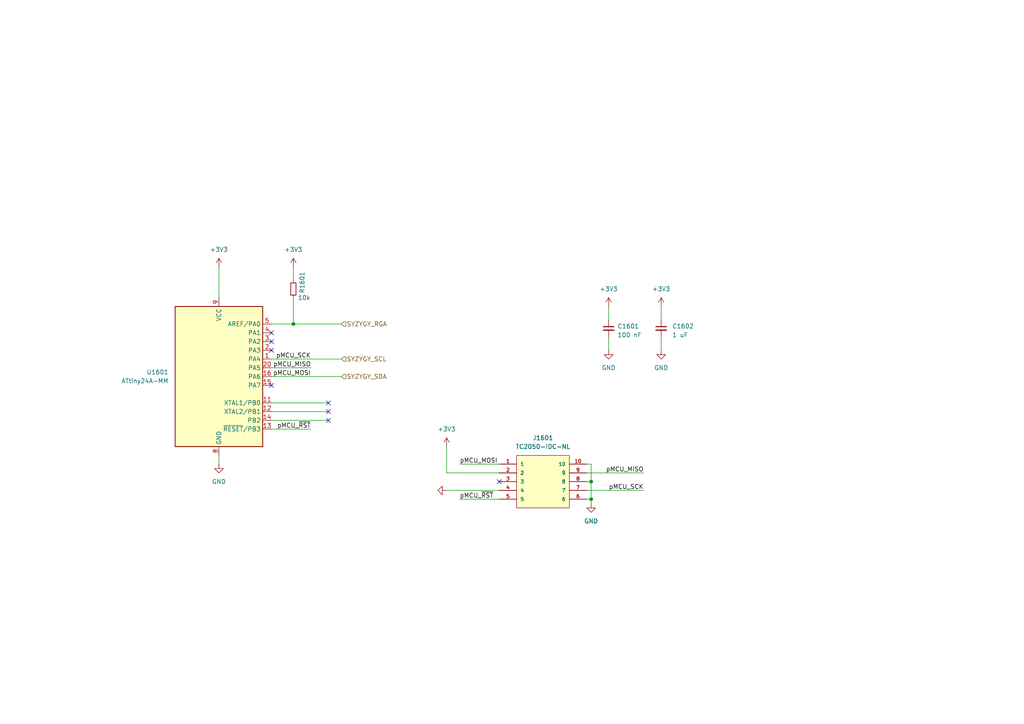
<source format=kicad_sch>
(kicad_sch (version 20211123) (generator eeschema)
  (paper "A4")
  (lib_symbols
    (symbol "Device:C_Small" (pin_numbers hide) (pin_names (offset 0.254) hide)
      (property "Reference" "C" (at 0.254 1.778 0))
      (property "Value" "C_Small" (at 0.254 -2.032 0))
      (symbol "C_Small_0_1"
        (polyline (pts (xy -1.524 -0.508) (xy 1.524 -0.508)) (stroke (width 0.3302)))
        (polyline (pts (xy -1.524 0.508) (xy 1.524 0.508)) (stroke (width 0.3048)))
      )
      (symbol "C_Small_1_1"
        (pin passive line (at 0 2.54 270) (length 2.032) (name "~") (number "1"))
        (pin passive line (at 0 -2.54 90) (length 2.032) (name "~") (number "2"))
      )
    )
    (symbol "Device:R_Small" (pin_numbers hide) (pin_names (offset 0.254) hide)
      (property "Reference" "R" (at 0.762 0.508 0))
      (property "Value" "R_Small" (at 0.762 -1.016 0))
      (symbol "R_Small_0_1"
        (rectangle (start -0.762 1.778) (end 0.762 -1.778) (stroke (width 0.2032)))
      )
      (symbol "R_Small_1_1"
        (pin passive line (at 0 2.54 270) (length 0.762) (name "~") (number "1"))
        (pin passive line (at 0 -2.54 90) (length 0.762) (name "~") (number "2"))
      )
    )
    (symbol "MCU_Microchip_ATtiny:ATtiny24A-MM"
      (property "Reference" "U" (at -12.7 21.59 0))
      (property "Value" "ATtiny24A-MM" (at 2.54 -21.59 0))
      (symbol "ATtiny24A-MM_0_1"
        (rectangle (start -12.7 -20.32) (end 12.7 20.32) (stroke (width 0.254)) (fill (type background)))
      )
      (symbol "ATtiny24A-MM_1_1"
        (pin bidirectional line (at 15.24 5.08 180) (length 2.54) (name "PA4") (number "1"))
        (pin no_connect line (at -12.7 -10.16 0) (length 2.54) hide (name "NC") (number "10"))
        (pin bidirectional line (at 15.24 -7.62 180) (length 2.54) (name "XTAL1/PB0") (number "11"))
        (pin bidirectional line (at 15.24 -10.16 180) (length 2.54) (name "XTAL2/PB1") (number "12"))
        (pin bidirectional line (at 15.24 -15.24 180) (length 2.54) (name "~{RESET}/PB3") (number "13"))
        (pin bidirectional line (at 15.24 -12.7 180) (length 2.54) (name "PB2") (number "14"))
        (pin bidirectional line (at 15.24 -2.54 180) (length 2.54) (name "PA7") (number "15"))
        (pin bidirectional line (at 15.24 0 180) (length 2.54) (name "PA6") (number "16"))
        (pin no_connect line (at -12.7 -12.7 0) (length 2.54) hide (name "NC") (number "17"))
        (pin no_connect line (at -12.7 -15.24 0) (length 2.54) hide (name "NC") (number "18"))
        (pin no_connect line (at -12.7 -17.78 0) (length 2.54) hide (name "NC") (number "19"))
        (pin bidirectional line (at 15.24 7.62 180) (length 2.54) (name "PA3") (number "2"))
        (pin bidirectional line (at 15.24 2.54 180) (length 2.54) (name "PA5") (number "20"))
        (pin passive line (at 0 -22.86 90) (length 2.54) hide (name "GND") (number "21"))
        (pin bidirectional line (at 15.24 10.16 180) (length 2.54) (name "PA2") (number "3"))
        (pin bidirectional line (at 15.24 12.7 180) (length 2.54) (name "PA1") (number "4"))
        (pin bidirectional line (at 15.24 15.24 180) (length 2.54) (name "AREF/PA0") (number "5"))
        (pin no_connect line (at -12.7 -5.08 0) (length 2.54) hide (name "NC") (number "6"))
        (pin no_connect line (at -12.7 -7.62 0) (length 2.54) hide (name "NC") (number "7"))
        (pin power_in line (at 0 -22.86 90) (length 2.54) (name "GND") (number "8"))
        (pin power_in line (at 0 22.86 270) (length 2.54) (name "VCC") (number "9"))
      )
    )
    (symbol "power:+3.3V" (power) (pin_names (offset 0))
      (property "Value" "+3.3V" (at 0 3.556 0))
      (symbol "+3.3V_0_1"
        (polyline (pts (xy -0.762 1.27) (xy 0 2.54)))
        (polyline (pts (xy 0 0) (xy 0 2.54)))
        (polyline (pts (xy 0 2.54) (xy 0.762 1.27)))
      )
      (symbol "+3.3V_1_1"
        (pin power_in line (at 0 0 90) (length 0) hide (name "+3V3") (number "1"))
      )
    )
    (symbol "power:GND" (power) (pin_names (offset 0))
      (property "Value" "GND" (at 0 -3.81 0))
      (symbol "GND_0_1"
        (polyline (pts (xy 0 0) (xy 0 -1.27) (xy 1.27 -1.27) (xy 0 -2.54) (xy -1.27 -1.27) (xy 0 -1.27)))
      )
      (symbol "GND_1_1"
        (pin power_in line (at 0 0 270) (length 0) hide (name "GND") (number "1"))
      )
    )
    (symbol "tagconnect:TC2050-IDC-NL" (pin_names (offset 1.016))
      (property "Reference" "J" (at -7.62 7.62 0))
      (property "Value" "TC2050-IDC-NL" (at -7.62 -10.16 0))
      (symbol "TC2050-IDC-NL_0_0"
        (rectangle (start -7.62 -7.62) (end 7.62 7.62) (stroke (width 0.1524)) (fill (type background)))
        (pin passive line (at -12.7 5.08 0) (length 5.08) (name "1") (number "1"))
        (pin passive line (at 12.7 5.08 180) (length 5.08) (name "10") (number "10"))
        (pin passive line (at -12.7 2.54 0) (length 5.08) (name "2") (number "2"))
        (pin passive line (at -12.7 0 0) (length 5.08) (name "3") (number "3"))
        (pin passive line (at -12.7 -2.54 0) (length 5.08) (name "4") (number "4"))
        (pin passive line (at -12.7 -5.08 0) (length 5.08) (name "5") (number "5"))
        (pin passive line (at 12.7 -5.08 180) (length 5.08) (name "6") (number "6"))
        (pin passive line (at 12.7 -2.54 180) (length 5.08) (name "7") (number "7"))
        (pin passive line (at 12.7 0 180) (length 5.08) (name "8") (number "8"))
        (pin passive line (at 12.7 2.54 180) (length 5.08) (name "9") (number "9"))
      )
    )
  )
  (junction (at 171.45 144.78))
  (junction (at 85.09 93.98))
  (junction (at 171.45 139.7))
  (no_connect (at 144.78 139.7))
  (no_connect (at 78.74 96.52))
  (no_connect (at 78.74 99.06))
  (no_connect (at 78.74 101.6))
  (no_connect (at 78.74 111.76))
  (no_connect (at 95.25 121.92))
  (no_connect (at 95.25 119.38))
  (no_connect (at 95.25 116.84))
  (wire (pts (xy 170.18 139.7) (xy 171.45 139.7)))
  (wire (pts (xy 78.74 119.38) (xy 95.25 119.38)))
  (wire (pts (xy 176.53 88.9) (xy 176.53 92.71)))
  (wire (pts (xy 133.35 134.62) (xy 144.78 134.62)))
  (wire (pts (xy 85.09 77.47) (xy 85.09 81.28)))
  (wire (pts (xy 129.54 142.24) (xy 144.78 142.24)))
  (wire (pts (xy 170.18 142.24) (xy 186.69 142.24)))
  (wire (pts (xy 78.74 116.84) (xy 95.25 116.84)))
  (wire (pts (xy 63.5 132.08) (xy 63.5 134.62)))
  (wire (pts (xy 133.35 144.78) (xy 144.78 144.78)))
  (wire (pts (xy 129.54 137.16) (xy 144.78 137.16)))
  (wire (pts (xy 85.09 86.36) (xy 85.09 93.98)))
  (wire (pts (xy 171.45 134.62) (xy 171.45 139.7)))
  (wire (pts (xy 171.45 139.7) (xy 171.45 144.78)))
  (wire (pts (xy 170.18 144.78) (xy 171.45 144.78)))
  (wire (pts (xy 78.74 104.14) (xy 99.06 104.14)))
  (wire (pts (xy 63.5 77.47) (xy 63.5 86.36)))
  (wire (pts (xy 129.54 129.54) (xy 129.54 137.16)))
  (wire (pts (xy 170.18 134.62) (xy 171.45 134.62)))
  (wire (pts (xy 78.74 109.22) (xy 99.06 109.22)))
  (wire (pts (xy 85.09 93.98) (xy 99.06 93.98)))
  (wire (pts (xy 78.74 121.92) (xy 95.25 121.92)))
  (wire (pts (xy 170.18 137.16) (xy 186.69 137.16)))
  (wire (pts (xy 90.17 106.68) (xy 78.74 106.68)))
  (wire (pts (xy 191.77 97.79) (xy 191.77 101.6)))
  (wire (pts (xy 90.17 124.46) (xy 78.74 124.46)))
  (wire (pts (xy 171.45 144.78) (xy 171.45 146.05)))
  (wire (pts (xy 191.77 88.9) (xy 191.77 92.71)))
  (wire (pts (xy 78.74 93.98) (xy 85.09 93.98)))
  (wire (pts (xy 176.53 97.79) (xy 176.53 101.6)))
  (label "pMCU_MISO" (at 186.69 137.16 180))
  (label "pMCU_MISO" (at 90.17 106.68 180))
  (label "pMCU_~{RST}" (at 90.17 124.46 180))
  (label "pMCU_SCK" (at 90.17 104.14 180))
  (label "pMCU_MOSI" (at 90.17 109.22 180))
  (label "pMCU_~{RST}" (at 133.35 144.78 0))
  (label "pMCU_SCK" (at 186.69 142.24 180))
  (label "pMCU_MOSI" (at 133.35 134.62 0))
  (hierarchical_label "SYZYGY_RGA" (shape input) (at 99.06 93.98 0))
  (hierarchical_label "SYZYGY_SDA" (shape input) (at 99.06 109.22 0))
  (hierarchical_label "SYZYGY_SCL" (shape input) (at 99.06 104.14 0))
  (symbol (lib_id "MCU_Microchip_ATtiny:ATtiny24A-MM") (at 63.5 109.22 0) (unit 1)
    (property "Reference" "U1601" (at 48.895 107.9499 0) (effects (justify right)))
    (property "Value" "ATtiny24A-MM" (at 48.895 110.4899 0) (effects (justify right)))
    (property "Footprint" "Package_DFN_QFN:QFN-20-1EP_3x3mm_P0.45mm_EP1.6x1.6mm" (effects hide))
    (property "Datasheet" "http://ww1.microchip.com/downloads/en/DeviceDoc/doc8183.pdf" (effects hide))
  )
  (symbol (lib_id "Device:C_Small") (at 191.77 95.25 0) (unit 1)
    (property "Reference" "C1602" (at 194.945 94.6149 0) (effects (justify left)))
    (property "Value" "1 uF" (at 194.945 97.1549 0) (effects (justify left)))
    (property "Footprint" "Capacitor_SMD:C_0402_1005Metric" (effects hide))
  )
  (symbol (lib_id "Device:C_Small") (at 176.53 95.25 0) (unit 1)
    (property "Reference" "C1601" (at 179.07 94.6149 0) (effects (justify left)))
    (property "Value" "100 nF" (at 179.07 97.1549 0) (effects (justify left)))
    (property "Footprint" "Capacitor_SMD:C_0402_1005Metric" (effects hide))
  )
  (symbol (lib_id "power:+3.3V") (at 176.53 88.9 0) (unit 1)
    (property "Reference" "#PWR0181" (effects hide))
    (property "Value" "+3.3V" (at 176.53 83.82 0))
  )
  (symbol (lib_id "power:GND") (at 171.45 146.05 0) (unit 1)
    (property "Reference" "#PWR0177" (effects hide))
    (property "Value" "GND" (at 171.45 151.13 0))
  )
  (symbol (lib_id "power:+3.3V") (at 63.5 77.47 0) (unit 1)
    (property "Reference" "#PWR0112" (effects hide))
    (property "Value" "+3.3V" (at 63.5 72.39 0))
  )
  (symbol (lib_id "power:GND") (at 63.5 134.62 0) (unit 1)
    (property "Reference" "#PWR0176" (effects hide))
    (property "Value" "GND" (at 63.5 139.7 0))
  )
  (symbol (lib_id "power:GND") (at 176.53 101.6 0) (unit 1)
    (property "Reference" "#PWR0179" (effects hide))
    (property "Value" "GND" (at 176.53 106.68 0))
  )
  (symbol (lib_id "power:GND") (at 129.54 142.24 270) (unit 1)
    (property "Reference" "#PWR0183" (effects hide))
    (property "Value" "GND" (effects hide))
  )
  (symbol (lib_id "tagconnect:TC2050-IDC-NL") (at 157.48 139.7 0) (unit 1)
    (property "Reference" "J1601" (at 157.48 127 0))
    (property "Value" "TC2050-IDC-NL" (at 157.48 129.54 0))
    (property "Footprint" "snapeda:TAG-CONNECT_TC2050-IDC-NL" (effects hide))
    (property "STANDARD" "Manufacturer recommendations" (effects hide))
    (property "MANUFACTURER" "Tag-Connect" (effects hide))
    (property "PARTREV" "A" (effects hide))
  )
  (symbol (lib_id "power:+3.3V") (at 85.09 77.47 0) (unit 1)
    (property "Reference" "#PWR0113" (effects hide))
    (property "Value" "+3.3V" (at 85.09 72.39 0))
  )
  (symbol (lib_id "power:GND") (at 191.77 101.6 0) (unit 1)
    (property "Reference" "#PWR0180" (effects hide))
    (property "Value" "GND" (at 191.77 106.68 0))
  )
  (symbol (lib_id "power:+3.3V") (at 191.77 88.9 0) (unit 1)
    (property "Reference" "#PWR0182" (effects hide))
    (property "Value" "+3.3V" (at 191.77 83.82 0))
  )
  (symbol (lib_id "Device:R_Small") (at 85.09 83.82 0) (unit 1)
    (property "Reference" "R1601" (at 87.63 85.09 90) (effects (justify left)))
    (property "Value" "10k" (at 86.36 86.36 0) (effects (justify left)))
    (property "Footprint" "Resistor_SMD:R_0402_1005Metric" (effects hide))
  )
  (symbol (lib_id "power:+3.3V") (at 129.54 129.54 0) (unit 1)
    (property "Reference" "#PWR0178" (effects hide))
    (property "Value" "+3.3V" (at 129.54 124.46 0))
  )
)
</source>
